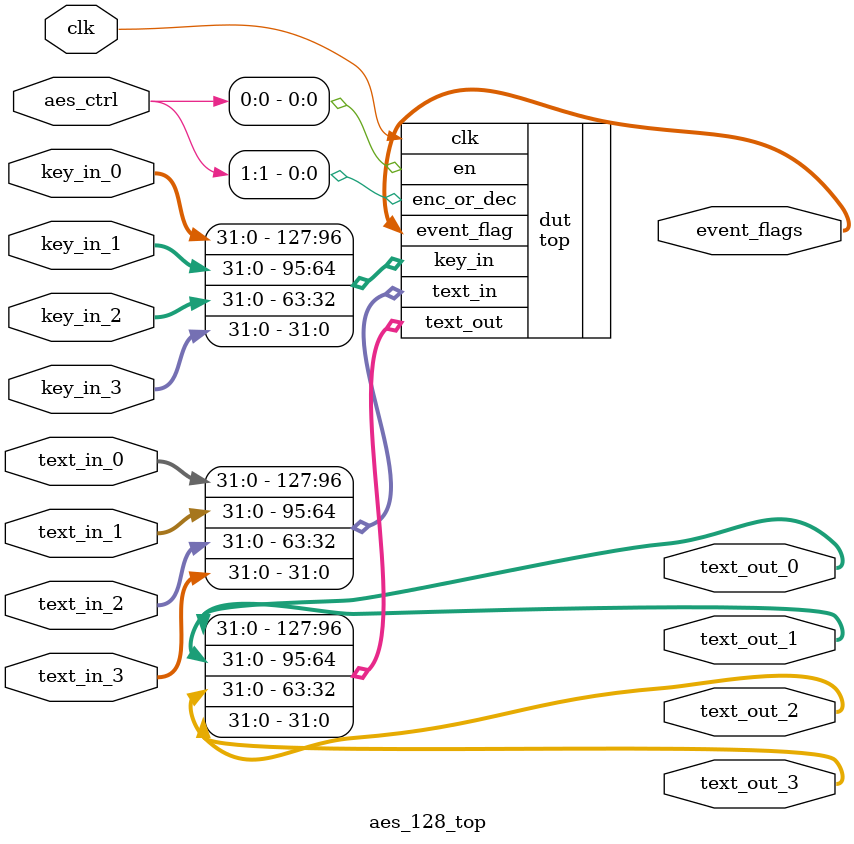
<source format=v>
`timescale 1ns / 1ps


module aes_128_top(
    input clk,
    input [1:0] aes_ctrl,

    input [31:0] key_in_0,
    input [31:0] key_in_1,
    input [31:0] key_in_2,
    input [31:0] key_in_3,

    input [31:0] text_in_0,
    input [31:0] text_in_1,
    input [31:0] text_in_2,
    input [31:0] text_in_3,

    output [31:0] text_out_0,
    output [31:0] text_out_1,
    output [31:0] text_out_2,
    output [31:0] text_out_3,

    output [1:0] event_flags
    );

    top dut(.clk(clk), .en(aes_ctrl[0]), .enc_or_dec(aes_ctrl[1]), .key_in({key_in_0, key_in_1, key_in_2, key_in_3}), .text_in({text_in_0, text_in_1, text_in_2, text_in_3}), .text_out({text_out_0, text_out_1, text_out_2, text_out_3}), .event_flag(event_flags));

endmodule

</source>
